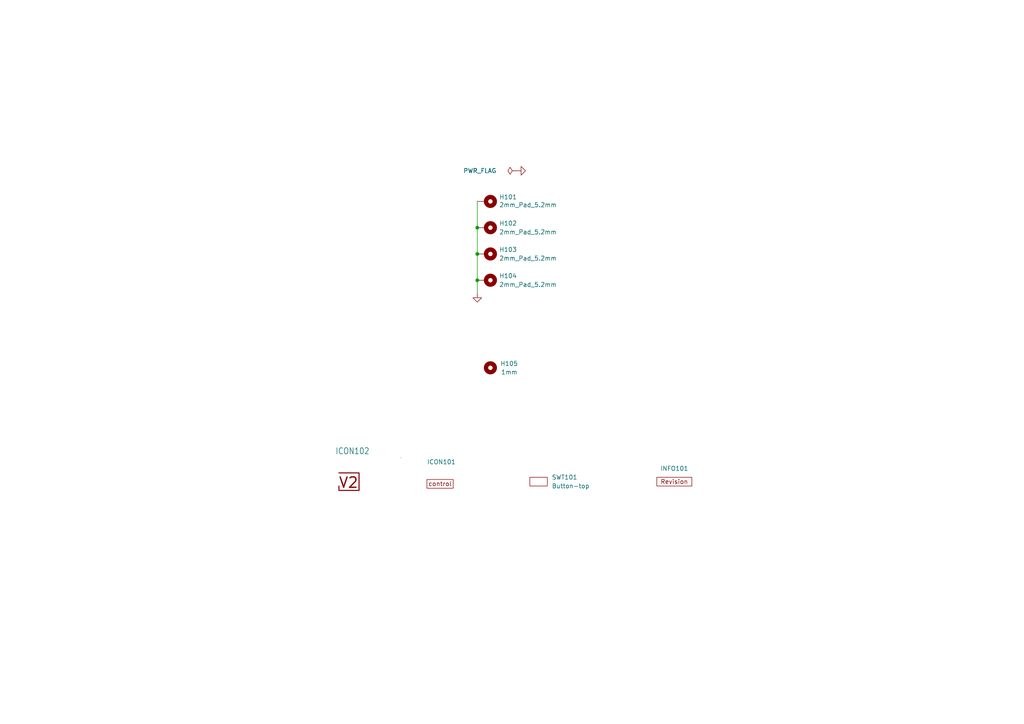
<source format=kicad_sch>
(kicad_sch (version 20250114) (generator "eeschema") (generator_version "9.0")
  (paper "A4")
  (title_block (title "V2 control") (date "2026-02-13") (rev "2026-02-13") (company "Versio Duo") (comment 1 "cover"))
  (lib_symbols
    (symbol "V2_Artwork:Board_control" (in_bom no)
      (property "Reference" "ICON" (at 0 2.54 0))
      (symbol "Board_control_0_0"
        (rectangle (start -11.43 7.62) (end -11.43 7.62))
        (rectangle (start -3.81 1.27) (end 3.81 -1.27))
        (text "control" (at 0 0 0) (effects (font (size 1.27 1.27))))
      )
    )
    (symbol "V2_Artwork:V2-logo" (in_bom no)
      (property "Reference" "ICON" (at -3.302 3.81 0))
      (symbol "V2-logo_1_0"
        (polyline (pts (xy -3.302 2.54) (xy 2.54 2.54) (xy 2.54 -2.54) (xy -3.302 -2.54) (xy -3.302 -1.27)) (stroke (width 0.3)))
      )
      (symbol "V2-logo_1_1"
        (text "V2" (at -0.508 -0.254 0) (effects (font (size 3 3) (thickness 0.375))))
      )
    )
    (symbol "V2_Mechanical:MountingHole_1mm" (pin_names (offset 1.016)) (in_bom no)
      (property "Reference" "H" (at 0 5.08 0))
      (property "Value" "1mm" (at 0 3.175 0))
      (symbol "MountingHole_1mm_0_1"
        (circle (center 0 0) (radius 1.27) (stroke (width 1.27)))
      )
    )
    (symbol "V2_Mechanical:MountingHole_2mm_Pad_5.2mm" (pin_numbers (hide yes)) (pin_names (offset 1.016) (hide yes)) (in_bom no)
      (property "Reference" "H" (at 0 6.35 0))
      (property "Value" "2mm_Pad_5.2mm" (at 0 4.445 0))
      (symbol "MountingHole_2mm_Pad_5.2mm_0_1"
        (circle (center 0 1.27) (radius 1.27) (stroke (width 1.27)))
      )
      (symbol "MountingHole_2mm_Pad_5.2mm_1_1"
        (pin input line (at 0 -2.54 90) (length 2.54) (name "1") (number "1"))
      )
    )
    (symbol "V2_PCB_Devices:Button-top" (in_bom no)
      (property "Reference" "SWT1" (at 3.81 1.2701 0))
      (property "Value" "Button-top" (at 3.81 -1.2699 0))
      (symbol "Button-top_0_1"
        (rectangle (start -2.54 1.27) (end 2.54 -1.27))
      )
    )
    (symbol "V2_Production:Revision" (in_bom no)
      (property "Reference" "INFO" (at 0 2.54 0))
      (symbol "Revision_0_1"
        (rectangle (start -5.08 1.27) (end 5.08 -1.27))
      )
      (symbol "Revision_1_1"
        (text "Revision" (at 0 0 0) (effects (font (size 1.27 1.27))))
      )
    )
    (symbol "V2_power:GND" (power) (pin_numbers (hide yes)) (pin_names (offset 0) (hide yes))
      (symbol "GND_0_1"
        (polyline (pts (xy 0 0) (xy 0 -1.27) (xy 1.27 -1.27) (xy 0 -2.54) (xy -1.27 -1.27) (xy 0 -1.27)))
      )
      (symbol "GND_1_1"
        (pin power_in line (at 0 0 270) (length 0) (name "~") (number "1"))
      )
    )
    (symbol "V2_power:PWR_FLAG" (power) (pin_numbers (hide yes)) (pin_names (offset 0) (hide yes))
      (property "Value" "PWR_FLAG" (at -8.89 0 0))
      (symbol "PWR_FLAG_0_0"
        (pin power_out line (at 0 0 180) (length 0) (name "~") (number "1"))
      )
      (symbol "PWR_FLAG_0_1"
        (polyline (pts (xy 0 0) (xy -1.27 0) (xy -1.905 -1.016) (xy -2.54 0) (xy -1.905 1.016) (xy -1.27 0)))
      )
    )
  )
  (junction (at 138.43 73.66))
  (junction (at 138.43 81.28))
  (junction (at 138.43 66.04))
  (wire (pts (xy 138.43 73.66) (xy 138.43 81.28)))
  (wire (pts (xy 138.43 58.42) (xy 138.43 66.04)))
  (wire (pts (xy 138.43 81.28) (xy 138.43 85.09)))
  (wire (pts (xy 138.43 66.04) (xy 138.43 73.66)))
  (symbol (lib_id "V2_power:GND") (at 149.86 49.53 90) (unit 1)
    (property "Reference" "#PWR0102" (effects (hide yes)))
    (property "Value" "GND" (effects (hide yes)))
  )
  (symbol (lib_id "V2_power:GND") (at 138.43 85.09 0) (unit 1)
    (property "Reference" "#PWR101" (effects (hide yes)))
    (property "Value" "GND" (effects (hide yes)))
  )
  (symbol (lib_id "V2_Mechanical:MountingHole_2mm_Pad_5.2mm") (at 140.97 66.04 270) (unit 1) (in_bom no)
    (property "Reference" "H102" (at 144.78 64.7699 90) (effects (justify left)))
    (property "Value" "2mm_Pad_5.2mm" (at 144.78 67.3099 90) (effects (justify left)))
    (property "Footprint" "V2_Mechanical:MountingHole_2mm_Pad_5.2mm" (effects (hide yes)))
    (property "Description" "Mounting Hole with connection" (effects (hide yes)))
  )
  (symbol (lib_id "V2_Production:Revision") (at 195.58 139.7 0) (unit 1) (in_bom no)
    (property "Reference" "INFO101" (at 195.58 135.89 0))
    (property "Footprint" "V2_Production:Revision" (effects (hide yes)))
  )
  (symbol (lib_id "V2_PCB_Devices:Button-top") (at 156.21 139.7 0) (unit 1) (in_bom no)
    (property "Reference" "SWT101" (at 160.02 138.4299 0) (effects (justify left)))
    (property "Value" "Button-top" (at 160.02 140.9699 0) (effects (justify left)))
    (property "Footprint" "V2_PCB_Devices:PCB_Button-top" (effects (hide yes)))
    (property "Sim.Enable" "0" (effects (hide yes)))
  )
  (symbol (lib_id "V2_Mechanical:MountingHole_2mm_Pad_5.2mm") (at 140.97 81.28 270) (unit 1) (in_bom no)
    (property "Reference" "H104" (at 144.78 80.0099 90) (effects (justify left)))
    (property "Value" "2mm_Pad_5.2mm" (at 144.78 82.5499 90) (effects (justify left)))
    (property "Footprint" "V2_Mechanical:MountingHole_2mm_Pad_5.2mm" (effects (hide yes)))
    (property "Description" "Mounting Hole with connection" (effects (hide yes)))
  )
  (symbol (lib_id "V2_Mechanical:MountingHole_2mm_Pad_5.2mm") (at 140.97 58.42 270) (unit 1) (in_bom no)
    (property "Reference" "H101" (at 144.78 57.1499 90) (effects (justify left)))
    (property "Value" "2mm_Pad_5.2mm" (at 153.162 59.4359 90))
    (property "Footprint" "V2_Mechanical:MountingHole_2mm_Pad_5.2mm" (effects (hide yes)))
    (property "Description" "Mounting Hole with connection" (effects (hide yes)))
  )
  (symbol (lib_id "V2_Artwork:Board_control") (at 127.635 140.335 0) (unit 1) (in_bom no)
    (property "Reference" "ICON101" (at 123.825 133.9849 0) (effects (justify left)))
    (property "Value" "Board_control" (effects (hide yes)))
    (property "Footprint" "V2_Artwork:Board_control_Small" (effects (hide yes)))
    (property "Sim.Enable" "0" (effects (hide yes)))
  )
  (symbol (lib_id "V2_power:PWR_FLAG") (at 149.86 49.53 0) (unit 1)
    (property "Reference" "#FLG101" (effects (hide yes)))
    (property "Value" "PWR_FLAG" (at 139.192 49.53 0))
    (property "Description" "Special symbol for telling ERC where power comes from" (effects (hide yes)))
  )
  (symbol (lib_id "V2_Mechanical:MountingHole_1mm") (at 142.24 106.68 0) (unit 1) (in_bom no)
    (property "Reference" "H105" (at 145.0777 105.4569 0) (effects (justify left)))
    (property "Value" "1mm" (at 147.701 107.95 0))
    (property "Footprint" "V2_Mechanical:MountingHole_1mm" (effects (hide yes)))
    (property "Description" "Mounting Hole without connection" (effects (hide yes)))
  )
  (symbol (lib_id "V2_Artwork:V2-logo") (at 101.6 139.7 0) (unit 1) (in_bom no)
    (property "Reference" "ICON102" (at 102.235 130.81 0) (effects (font (size 1.778 1.5113))))
    (property "Value" "V2-logo" (effects (hide yes)))
    (property "Footprint" "V2_Artwork:Logo_Small" (effects (hide yes)))
  )
  (symbol (lib_id "V2_Mechanical:MountingHole_2mm_Pad_5.2mm") (at 140.97 73.66 270) (unit 1) (in_bom no)
    (property "Reference" "H103" (at 144.78 72.3899 90) (effects (justify left)))
    (property "Value" "2mm_Pad_5.2mm" (at 144.78 74.9299 90) (effects (justify left)))
    (property "Footprint" "V2_Mechanical:MountingHole_2mm_Pad_5.2mm" (effects (hide yes)))
    (property "Description" "Mounting Hole with connection" (effects (hide yes)))
  )
)
</source>
